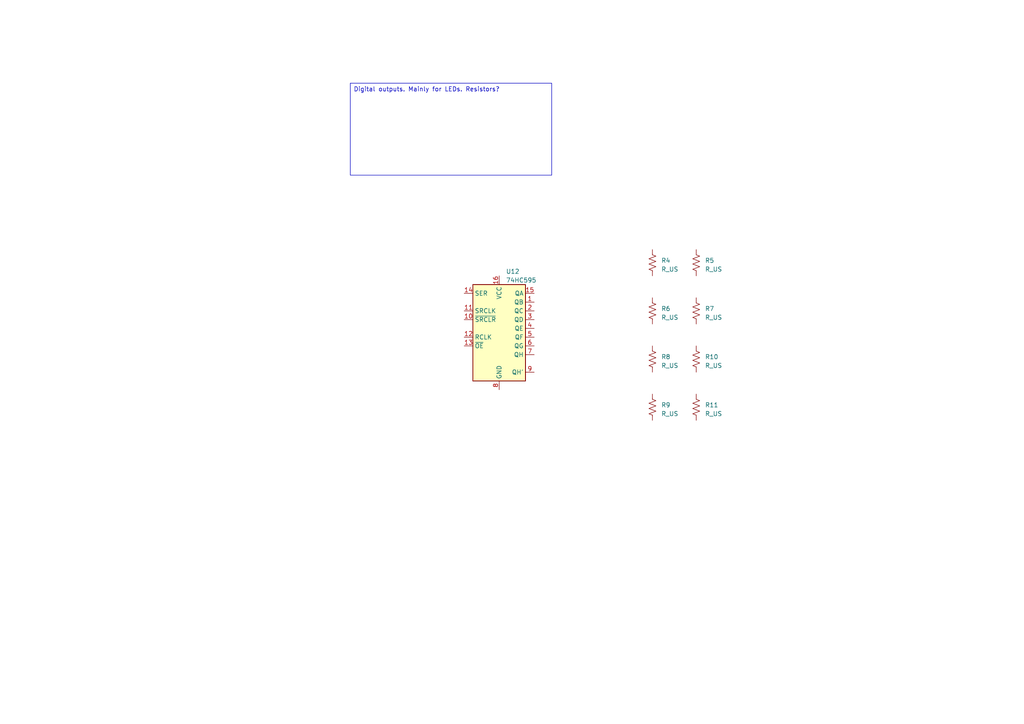
<source format=kicad_sch>
(kicad_sch (version 20230121) (generator eeschema)
  (paper "A4")
  (lib_symbols
    (symbol "74xx:74HC595"
      (property "Reference" "U" (at -7.62 13.97 0))
      (property "Value" "74HC595" (at -7.62 -16.51 0))
      (symbol "74HC595_1_0"
        (pin tri_state line (at 10.16 7.62 180) (length 2.54) (name "QB") (number "1"))
        (pin input line (at -10.16 2.54 0) (length 2.54) (name "~{SRCLR}") (number "10"))
        (pin input line (at -10.16 5.08 0) (length 2.54) (name "SRCLK") (number "11"))
        (pin input line (at -10.16 -2.54 0) (length 2.54) (name "RCLK") (number "12"))
        (pin input line (at -10.16 -5.08 0) (length 2.54) (name "~{OE}") (number "13"))
        (pin input line (at -10.16 10.16 0) (length 2.54) (name "SER") (number "14"))
        (pin tri_state line (at 10.16 10.16 180) (length 2.54) (name "QA") (number "15"))
        (pin power_in line (at 0 15.24 270) (length 2.54) (name "VCC") (number "16"))
        (pin tri_state line (at 10.16 5.08 180) (length 2.54) (name "QC") (number "2"))
        (pin tri_state line (at 10.16 2.54 180) (length 2.54) (name "QD") (number "3"))
        (pin tri_state line (at 10.16 0 180) (length 2.54) (name "QE") (number "4"))
        (pin tri_state line (at 10.16 -2.54 180) (length 2.54) (name "QF") (number "5"))
        (pin tri_state line (at 10.16 -5.08 180) (length 2.54) (name "QG") (number "6"))
        (pin tri_state line (at 10.16 -7.62 180) (length 2.54) (name "QH") (number "7"))
        (pin power_in line (at 0 -17.78 90) (length 2.54) (name "GND") (number "8"))
        (pin output line (at 10.16 -12.7 180) (length 2.54) (name "QH'") (number "9"))
      )
      (symbol "74HC595_1_1"
        (rectangle (start -7.62 12.7) (end 7.62 -15.24) (stroke (width 0.254)) (fill (type background)))
      )
    )
    (symbol "Device:R_US" (pin_numbers hide) (pin_names (offset 0))
      (property "Reference" "R" (at 2.54 0 90))
      (property "Value" "R_US" (at -2.54 0 90))
      (symbol "R_US_0_1"
        (polyline (pts (xy 0 -2.286) (xy 0 -2.54)))
        (polyline (pts (xy 0 2.286) (xy 0 2.54)))
        (polyline (pts (xy 0 -0.762) (xy 1.016 -1.143) (xy 0 -1.524) (xy -1.016 -1.905) (xy 0 -2.286)))
        (polyline (pts (xy 0 0.762) (xy 1.016 0.381) (xy 0 0) (xy -1.016 -0.381) (xy 0 -0.762)))
        (polyline (pts (xy 0 2.286) (xy 1.016 1.905) (xy 0 1.524) (xy -1.016 1.143) (xy 0 0.762)))
      )
      (symbol "R_US_1_1"
        (pin passive line (at 0 3.81 270) (length 1.27) (name "~") (number "1"))
        (pin passive line (at 0 -3.81 90) (length 1.27) (name "~") (number "2"))
      )
    )
  )
  (text_box "Digital outputs. Mainly for LEDs. Resistors?" (at 101.6 24.13 0) (size 58.42 26.67) (effects (font (size 1.27 1.27)) (justify left top)))
  (symbol (lib_id "Device:R_US") (at 189.23 104.14 0) (unit 1)
    (property "Reference" "R8" (at 191.77 103.505 0) (effects (justify left)))
    (property "Value" "R_US" (at 191.77 106.045 0) (effects (justify left)))
    (instances (project "stomp_00" (path "" (reference "R8") (unit 1)) (path "" (reference "R19") (unit 1))))
  )
  (symbol (lib_id "74xx:74HC595") (at 144.78 95.25 0) (unit 1)
    (property "Reference" "U12" (at 146.7359 78.74 0) (effects (justify left)))
    (property "Value" "74HC595" (at 146.7359 81.28 0) (effects (justify left)))
    (property "Datasheet" "http://www.ti.com/lit/ds/symlink/sn74hc595.pdf" (effects hide))
    (instances (project "stomp_00" (path "" (reference "U12") (unit 1)) (path "" (reference "U14") (unit 1))))
  )
  (symbol (lib_id "Device:R_US") (at 189.23 118.11 0) (unit 1)
    (property "Reference" "R9" (at 191.77 117.475 0) (effects (justify left)))
    (property "Value" "R_US" (at 191.77 120.015 0) (effects (justify left)))
    (instances (project "stomp_00" (path "" (reference "R9") (unit 1)) (path "" (reference "R20") (unit 1))))
  )
  (symbol (lib_id "Device:R_US") (at 189.23 76.2 0) (unit 1)
    (property "Reference" "R4" (at 191.77 75.565 0) (effects (justify left)))
    (property "Value" "R_US" (at 191.77 78.105 0) (effects (justify left)))
    (instances (project "stomp_00" (path "" (reference "R4") (unit 1)) (path "" (reference "R17") (unit 1))))
  )
  (symbol (lib_id "Device:R_US") (at 201.93 104.14 0) (unit 1)
    (property "Reference" "R10" (at 204.47 103.505 0) (effects (justify left)))
    (property "Value" "R_US" (at 204.47 106.045 0) (effects (justify left)))
    (instances (project "stomp_00" (path "" (reference "R10") (unit 1)) (path "" (reference "R23") (unit 1))))
  )
  (symbol (lib_id "Device:R_US") (at 201.93 118.11 0) (unit 1)
    (property "Reference" "R11" (at 204.47 117.475 0) (effects (justify left)))
    (property "Value" "R_US" (at 204.47 120.015 0) (effects (justify left)))
    (instances (project "stomp_00" (path "" (reference "R11") (unit 1)) (path "" (reference "R24") (unit 1))))
  )
  (symbol (lib_id "Device:R_US") (at 201.93 90.17 0) (unit 1)
    (property "Reference" "R7" (at 204.47 89.535 0) (effects (justify left)))
    (property "Value" "R_US" (at 204.47 92.075 0) (effects (justify left)))
    (instances (project "stomp_00" (path "" (reference "R7") (unit 1)) (path "" (reference "R22") (unit 1))))
  )
  (symbol (lib_id "Device:R_US") (at 189.23 90.17 0) (unit 1)
    (property "Reference" "R6" (at 191.77 89.535 0) (effects (justify left)))
    (property "Value" "R_US" (at 191.77 92.075 0) (effects (justify left)))
    (instances (project "stomp_00" (path "" (reference "R6") (unit 1)) (path "" (reference "R18") (unit 1))))
  )
  (symbol (lib_id "Device:R_US") (at 201.93 76.2 0) (unit 1)
    (property "Reference" "R5" (at 204.47 75.565 0) (effects (justify left)))
    (property "Value" "R_US" (at 204.47 78.105 0) (effects (justify left)))
    (instances (project "stomp_00" (path "" (reference "R5") (unit 1)) (path "" (reference "R21") (unit 1))))
  )
)
</source>
